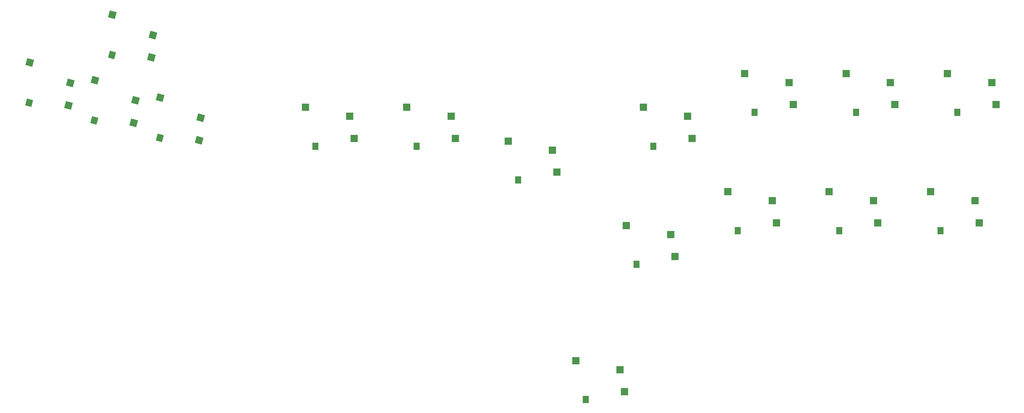
<source format=gtp>
%TF.GenerationSoftware,KiCad,Pcbnew,(6.0.8)*%
%TF.CreationDate,2023-05-29T22:58:42+07:00*%
%TF.ProjectId,hitmixbox002,6869746d-6978-4626-9f78-3030322e6b69,rev?*%
%TF.SameCoordinates,Original*%
%TF.FileFunction,Paste,Top*%
%TF.FilePolarity,Positive*%
%FSLAX46Y46*%
G04 Gerber Fmt 4.6, Leading zero omitted, Abs format (unit mm)*
G04 Created by KiCad (PCBNEW (6.0.8)) date 2023-05-29 22:58:42*
%MOMM*%
%LPD*%
G01*
G04 APERTURE LIST*
G04 Aperture macros list*
%AMRotRect*
0 Rectangle, with rotation*
0 The origin of the aperture is its center*
0 $1 length*
0 $2 width*
0 $3 Rotation angle, in degrees counterclockwise*
0 Add horizontal line*
21,1,$1,$2,0,0,$3*%
G04 Aperture macros list end*
%ADD10R,2.000000X2.000000*%
%ADD11R,1.800000X2.000000*%
%ADD12RotRect,2.000000X2.000000X165.000000*%
%ADD13RotRect,1.800000X2.000000X165.000000*%
G04 APERTURE END LIST*
D10*
%TO.C,SW11*%
X320043750Y-125143750D03*
X306343750Y-116363750D03*
D11*
X309143750Y-127343750D03*
D10*
X318843750Y-118903750D03*
%TD*%
%TO.C,SW15*%
X315281250Y-158481250D03*
X301581250Y-149701250D03*
X314081250Y-152241250D03*
D11*
X304381250Y-160681250D03*
%TD*%
D10*
%TO.C,SW12*%
X334918750Y-116363750D03*
X348618750Y-125143750D03*
D11*
X337718750Y-127343750D03*
D10*
X347418750Y-118903750D03*
%TD*%
D12*
%TO.C,SW3*%
X105576146Y-130271001D03*
X94615393Y-118244351D03*
X106032066Y-123933041D03*
D13*
X94478152Y-129574910D03*
%TD*%
D10*
%TO.C,SW13*%
X244431250Y-159226250D03*
X258131250Y-168006250D03*
D11*
X247231250Y-170206250D03*
D10*
X256931250Y-161766250D03*
%TD*%
%TO.C,SW9*%
X249193750Y-125888750D03*
X262893750Y-134668750D03*
X261693750Y-128428750D03*
D11*
X251993750Y-136868750D03*
%TD*%
D10*
%TO.C,SW10*%
X291468750Y-125143750D03*
X277768750Y-116363750D03*
D11*
X280568750Y-127343750D03*
D10*
X290268750Y-118903750D03*
%TD*%
D12*
%TO.C,SW2*%
X76214506Y-113313848D03*
X87175259Y-125340498D03*
X87631179Y-119002538D03*
D13*
X76077265Y-124644407D03*
%TD*%
D10*
%TO.C,SW6*%
X182518750Y-125888750D03*
X196218750Y-134668750D03*
X195018750Y-128428750D03*
D11*
X185318750Y-136868750D03*
%TD*%
D10*
%TO.C,SW5*%
X167643750Y-134668750D03*
X153943750Y-125888750D03*
X166443750Y-128428750D03*
D11*
X156743750Y-136868750D03*
%TD*%
D10*
%TO.C,SW7*%
X224793750Y-144193750D03*
X211093750Y-135413750D03*
X223593750Y-137953750D03*
D11*
X213893750Y-146393750D03*
%TD*%
D10*
%TO.C,SW14*%
X286706250Y-158481250D03*
X273006250Y-149701250D03*
X285506250Y-152241250D03*
D11*
X275806250Y-160681250D03*
%TD*%
D10*
%TO.C,SW16*%
X343856250Y-158481250D03*
X330156250Y-149701250D03*
X342656250Y-152241250D03*
D11*
X332956250Y-160681250D03*
%TD*%
D12*
%TO.C,SW4*%
X123977033Y-135201504D03*
X113016280Y-123174854D03*
X124432953Y-128863544D03*
D13*
X112879039Y-134505413D03*
%TD*%
D12*
%TO.C,SW1*%
X99545896Y-99843464D03*
X110506649Y-111870114D03*
D13*
X99408655Y-111174023D03*
D12*
X110962569Y-105532154D03*
%TD*%
D10*
%TO.C,SW8*%
X230143750Y-197326250D03*
X243843750Y-206106250D03*
X242643750Y-199866250D03*
D11*
X232943750Y-208306250D03*
%TD*%
M02*

</source>
